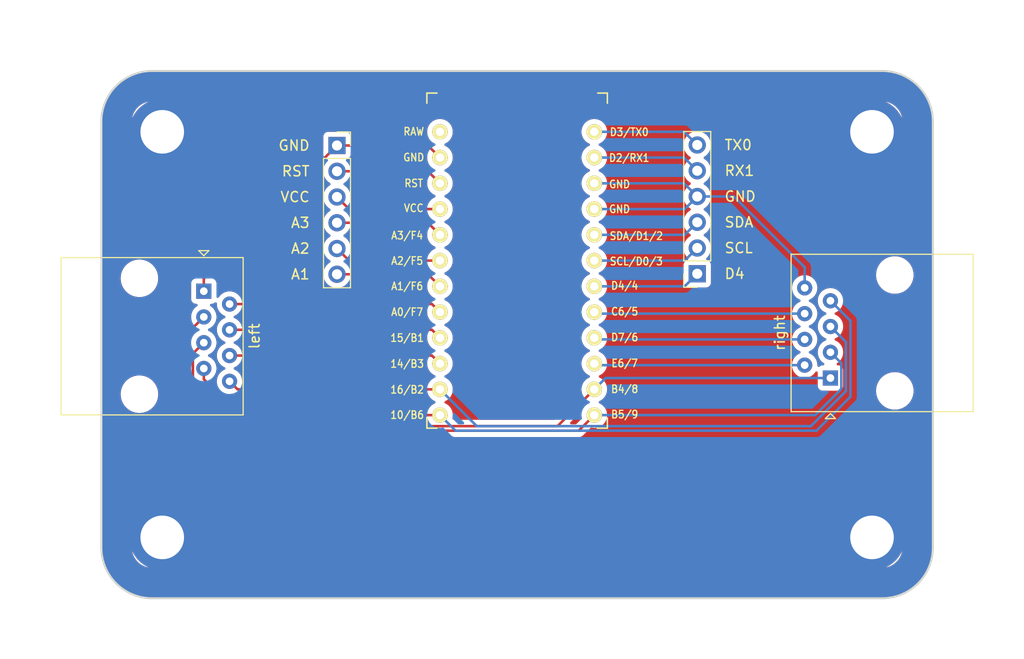
<source format=kicad_pcb>
(kicad_pcb (version 20221018) (generator pcbnew)
  (title_block (title "The Japanese Connection") (rev "1"))
  (layers (0 "F.Cu" signal) (31 "B.Cu" signal) (34 "B.Paste" user) (35 "F.Paste" user) (36 "B.SilkS" user "B.Silkscreen") (37 "F.SilkS" user "F.Silkscreen") (38 "B.Mask" user) (39 "F.Mask" user) (44 "Edge.Cuts" user))
  (net 0 "")
  (net 1 "row1")
  (net 2 "row2")
  (net 3 "row3")
  (net 4 "row4")
  (net 5 "GND")
  (net 6 "l_col1")
  (net 7 "l_col2")
  (net 8 "l_col3")
  (net 9 "r_col1")
  (net 10 "r_col2")
  (net 11 "r_col3")
  (net 13 "Net-(J1-Pin_2)")
  (net 14 "Net-(J1-Pin_3)")
  (net 15 "Net-(J1-Pin_4)")
  (net 16 "Net-(J1-Pin_5)")
  (net 17 "Net-(J1-Pin_6)")
  (net 18 "Net-(J5-Pin_1)")
  (net 19 "Net-(J5-Pin_2)")
  (net 20 "Net-(J5-Pin_3)")
  (net 21 "Net-(J5-Pin_5)")
  (net 22 "Net-(J5-Pin_6)")
  (footprint "" (layer "F.Cu") (at 166 114)
    (fp_text reference "" (at 0 0) (layer "F.SilkS") (effects (font (size 1.27 1.27))))
    (fp_text value "" (at 0 0) (layer "F.SilkS") (effects (font (size 1.27 1.27))))
    (pad "" thru_hole circle (at 0 0) (size 6.5 6.5) (drill 4.3) (layers "*.Cu" "*.Mask"))
  )
  (footprint "Connector_PinSocket_2.54mm:PinSocket_1x06_P2.54mm_Vertical" (layer "F.Cu") (at 113.235 75.35)
    (fp_text reference "J1" hide)
    (fp_text value "Conn_01x06")
    (fp_text user "GND" (at -4.235 0 unlocked) (layer "F.SilkS"))
    (fp_text user "A3" (at -3.615952 7.62 unlocked) (layer "F.SilkS"))
    (fp_text user "RST" (at -4.068333 2.54 unlocked) (layer "F.SilkS"))
    (fp_text user "A2" (at -3.615952 10.16 unlocked) (layer "F.SilkS"))
    (fp_text user "A1" (at -3.615952 12.7 unlocked) (layer "F.SilkS"))
    (fp_text user "VCC" (at -4.139762 5.08 unlocked) (layer "F.SilkS"))
    (fp_line (start -1.33 1.27) (end -1.33 14.03) (stroke (width 0.12)) (layer "F.SilkS"))
    (fp_line (start -1.33 1.27) (end 1.33 1.27) (stroke (width 0.12)) (layer "F.SilkS"))
    (fp_line (start -1.33 14.03) (end 1.33 14.03) (stroke (width 0.12)) (layer "F.SilkS"))
    (fp_line (start 0 -1.33) (end 1.33 -1.33) (stroke (width 0.12)) (layer "F.SilkS"))
    (fp_line (start 1.33 -1.33) (end 1.33 0) (stroke (width 0.12)) (layer "F.SilkS"))
    (fp_line (start 1.33 1.27) (end 1.33 14.03) (stroke (width 0.12)) (layer "F.SilkS"))
    (pad "1" thru_hole rect (at 0 0) (size 1.7 1.7) (drill 1) (layers "*.Cu" "*.Mask") (net 5 "GND"))
    (pad "2" thru_hole oval (at 0 2.54) (size 1.7 1.7) (drill 1) (layers "*.Cu" "*.Mask") (net 13 "Net-(J1-Pin_2)"))
    (pad "3" thru_hole oval (at 0 5.08) (size 1.7 1.7) (drill 1) (layers "*.Cu" "*.Mask") (net 14 "Net-(J1-Pin_3)"))
    (pad "4" thru_hole oval (at 0 7.62) (size 1.7 1.7) (drill 1) (layers "*.Cu" "*.Mask") (net 15 "Net-(J1-Pin_4)"))
    (pad "5" thru_hole oval (at 0 10.16) (size 1.7 1.7) (drill 1) (layers "*.Cu" "*.Mask") (net 16 "Net-(J1-Pin_5)"))
    (pad "6" thru_hole oval (at 0 12.7) (size 1.7 1.7) (drill 1) (layers "*.Cu" "*.Mask") (net 17 "Net-(J1-Pin_6)"))
  )
  (footprint "kbd:ProMicro_v3.5" (layer "F.Cu") (at 131 88.478)
    (fp_text reference "U1" hide)
    (fp_text value "ProMicro" hide)
    (fp_text user "GND" (at -10.195 -11.95 unlocked) (layer "F.SilkS") (effects (font (size 0.75 0.67) (thickness 0.125))))
    (fp_text user "C6/5" (at 10.605 3.25 unlocked) (layer "F.SilkS") (effects (font (size 0.75 0.67) (thickness 0.125))))
    (fp_text user "15/B1" (at -10.845 5.85 unlocked) (layer "F.SilkS") (effects (font (size 0.75 0.67) (thickness 0.125))))
    (fp_text user "VCC" (at -10.195 -6.95 unlocked) (layer "F.SilkS") (effects (font (size 0.75 0.67) (thickness 0.125))))
    (fp_text user "D3/TX0" (at 11.055 -14.45 unlocked) (layer "F.SilkS") (effects (font (size 0.75 0.67) (thickness 0.125))))
    (fp_text user "RAW" (at -10.195 -14.5 unlocked) (layer "F.SilkS") (effects (font (size 0.75 0.67) (thickness 0.125))))
    (fp_text user "GND" (at 10.105 -6.85 unlocked) (layer "F.SilkS") (effects (font (size 0.75 0.67) (thickness 0.125))))
    (fp_text user "E6/7" (at 10.605 8.35 unlocked) (layer "F.SilkS") (effects (font (size 0.75 0.67) (thickness 0.125))))
    (fp_text user "D4/4" (at 10.605 0.7 unlocked) (layer "F.SilkS") (effects (font (size 0.75 0.67) (thickness 0.125))))
    (fp_text user "SDA/D1/2" (at 11.755 -4.2 unlocked) (layer "F.SilkS") (effects (font (size 0.75 0.67) (thickness 0.125))))
    (fp_text user "16/B2" (at -10.845 10.95 unlocked) (layer "F.SilkS") (effects (font (size 0.75 0.67) (thickness 0.125))))
    (fp_text user "B5/9" (at 10.605 13.4 unlocked) (layer "F.SilkS") (effects (font (size 0.75 0.67) (thickness 0.125))))
    (fp_text user "SCL/D0/3" (at 11.755 -1.7 unlocked) (layer "F.SilkS") (effects (font (size 0.75 0.67) (thickness 0.125))))
    (fp_text user "A1/F6" (at -10.845 0.75 unlocked) (layer "F.SilkS") (effects (font (size 0.75 0.67) (thickness 0.125))))
    (fp_text user "D7/6" (at 10.605 5.8 unlocked) (layer "F.SilkS") (effects (font (size 0.75 0.67) (thickness 0.125))))
    (fp_text user "A0/F7" (at -10.845 3.3 unlocked) (layer "F.SilkS") (effects (font (size 0.75 0.67) (thickness 0.125))))
    (fp_text user "14/B3" (at -10.845 8.4 unlocked) (layer "F.SilkS") (effects (font (size 0.75 0.67) (thickness 0.125))))
    (fp_text user "D2/RX1" (at 11.055 -11.9 unlocked) (layer "F.SilkS") (effects (font (size 0.75 0.67) (thickness 0.125))))
    (fp_text user "RST" (at -10.195 -9.4 unlocked) (layer "F.SilkS") (effects (font (size 0.75 0.67) (thickness 0.125))))
    (fp_text user "A2/F5" (at -10.845 -1.75 unlocked) (layer "F.SilkS") (effects (font (size 0.75 0.67) (thickness 0.125))))
    (fp_text user "B4/8" (at 10.605 10.9 unlocked) (layer "F.SilkS") (effects (font (size 0.75 0.67) (thickness 0.125))))
    (fp_text user "A3/F4" (at -10.845 -4.25 unlocked) (layer "F.SilkS") (effects (font (size 0.75 0.67) (thickness 0.125))))
    (fp_text user "10/B6" (at -10.845 13.45 unlocked) (layer "F.SilkS") (effects (font (size 0.75 0.67) (thickness 0.125))))
    (fp_text user "GND" (at 10.105 -9.3 unlocked) (layer "F.SilkS") (effects (font (size 0.75 0.67) (thickness 0.125))))
    (fp_line (start -8.9 -18.3) (end -8.9 -17.3) (stroke (width 0.15)) (layer "F.SilkS"))
    (fp_line (start -8.9 -18.3) (end -7.9 -18.3) (stroke (width 0.15)) (layer "F.SilkS"))
    (fp_line (start -8.9 13.7) (end -8.9 14.75) (stroke (width 0.15)) (layer "F.SilkS"))
    (fp_line (start -8.9 14.75) (end -7.9 14.75) (stroke (width 0.15)) (layer "F.SilkS"))
    (fp_line (start 8.9 -18.3) (end 7.95 -18.3) (stroke (width 0.15)) (layer "F.SilkS"))
    (fp_line (start 8.9 -18.3) (end 8.9 -17.3) (stroke (width 0.15)) (layer "F.SilkS"))
    (fp_line (start 8.9 13.75) (end 8.9 14.75) (stroke (width 0.15)) (layer "F.SilkS"))
    (fp_line (start 8.9 14.75) (end 7.89 14.75) (stroke (width 0.15)) (layer "F.SilkS"))
    (pad "1" thru_hole circle (at 7.6114 -14.478) (size 1.524 1.524) (drill 0.8128) (layers "*.Cu" "F.SilkS" "B.Mask") (net 22 "Net-(J5-Pin_6)"))
    (pad "2" thru_hole circle (at 7.6114 -11.938) (size 1.524 1.524) (drill 0.8128) (layers "*.Cu" "F.SilkS" "B.Mask") (net 21 "Net-(J5-Pin_5)"))
    (pad "3" thru_hole circle (at 7.6114 -9.398) (size 1.524 1.524) (drill 0.8128) (layers "*.Cu" "F.SilkS" "B.Mask") (net 5 "GND"))
    (pad "4" thru_hole circle (at 7.6114 -6.858) (size 1.524 1.524) (drill 0.8128) (layers "*.Cu" "F.SilkS" "B.Mask") (net 5 "GND"))
    (pad "5" thru_hole circle (at 7.6114 -4.318) (size 1.524 1.524) (drill 0.8128) (layers "*.Cu" "F.SilkS" "B.Mask") (net 20 "Net-(J5-Pin_3)"))
    (pad "6" thru_hole circle (at 7.6114 -1.778) (size 1.524 1.524) (drill 0.8128) (layers "*.Cu" "F.SilkS" "B.Mask") (net 19 "Net-(J5-Pin_2)"))
    (pad "7" thru_hole circle (at 7.6114 0.762) (size 1.524 1.524) (drill 0.8128) (layers "*.Cu" "F.SilkS" "B.Mask") (net 18 "Net-(J5-Pin_1)"))
    (pad "8" thru_hole circle (at 7.6114 3.302) (size 1.524 1.524) (drill 0.8128) (layers "*.Cu" "F.SilkS" "B.Mask") (net 11 "r_col3"))
    (pad "9" thru_hole circle (at 7.6114 5.842) (size 1.524 1.524) (drill 0.8128) (layers "*.Cu" "F.SilkS" "B.Mask") (net 10 "r_col2"))
    (pad "10" thru_hole circle (at 7.6114 8.382) (size 1.524 1.524) (drill 0.8128) (layers "*.Cu" "F.SilkS" "B.Mask") (net 9 "r_col1"))
    (pad "11" thru_hole circle (at 7.6114 10.922) (size 1.524 1.524) (drill 0.8128) (layers "*.Cu" "F.SilkS" "B.Mask") (net 1 "row1"))
    (pad "12" thru_hole circle (at 7.6114 13.462) (size 1.524 1.524) (drill 0.8128) (layers "*.Cu" "F.SilkS" "B.Mask") (net 2 "row2"))
    (pad "13" thru_hole circle (at -7.6086 13.462) (size 1.524 1.524) (drill 0.8128) (layers "*.Cu" "F.SilkS" "B.Mask") (net 4 "row4"))
    (pad "14" thru_hole circle (at -7.6086 10.922) (size 1.524 1.524) (drill 0.8128) (layers "*.Cu" "F.SilkS" "B.Mask") (net 3 "row3"))
    (pad "15" thru_hole circle (at -7.6086 8.382) (size 1.524 1.524) (drill 0.8128) (layers "*.Cu" "F.SilkS" "B.Mask") (net 6 "l_col1"))
    (pad "16" thru_hole circle (at -7.6086 5.842) (size 1.524 1.524) (drill 0.8128) (layers "*.Cu" "F.SilkS" "B.Mask") (net 7 "l_col2"))
    (pad "17" thru_hole circle (at -7.6086 3.302) (size 1.524 1.524) (drill 0.8128) (layers "*.Cu" "F.SilkS" "B.Mask") (net 8 "l_col3"))
    (pad "18" thru_hole circle (at -7.6086 0.762) (size 1.524 1.524) (drill 0.8128) (layers "*.Cu" "F.SilkS" "B.Mask") (net 17 "Net-(J1-Pin_6)"))
    (pad "19" thru_hole circle (at -7.6086 -1.778) (size 1.524 1.524) (drill 0.8128) (layers "*.Cu" "F.SilkS" "B.Mask") (net 16 "Net-(J1-Pin_5)"))
    (pad "20" thru_hole circle (at -7.6086 -4.318) (size 1.524 1.524) (drill 0.8128) (layers "*.Cu" "F.SilkS" "B.Mask") (net 15 "Net-(J1-Pin_4)"))
    (pad "21" thru_hole circle (at -7.6086 -6.858) (size 1.524 1.524) (drill 0.8128) (layers "*.Cu" "F.SilkS" "B.Mask") (net 14 "Net-(J1-Pin_3)"))
    (pad "22" thru_hole circle (at -7.6086 -9.398) (size 1.524 1.524) (drill 0.8128) (layers "*.Cu" "F.SilkS" "B.Mask") (net 13 "Net-(J1-Pin_2)"))
    (pad "23" thru_hole circle (at -7.6086 -11.938) (size 1.524 1.524) (drill 0.8128) (layers "*.Cu" "F.SilkS" "B.Mask") (net 5 "GND"))
    (pad "24" thru_hole circle (at -7.6086 -14.478) (size 1.524 1.524) (drill 0.8128) (layers "*.Cu" "F.SilkS" "B.Mask"))
  )
  (footprint "Connector_RJ:RJ45_Amphenol_54602-x08_Horizontal" (layer "F.Cu") (at 100.1 89.7175 -90)
    (fp_text reference "left" (at 4.445 -5 90) (layer "F.SilkS"))
    (fp_text value "RJ45")
    (fp_line (start -4 -0.5) (end -4 0.5) (stroke (width 0.12)) (layer "F.SilkS"))
    (fp_line (start -4 0.5) (end -3.5 0) (stroke (width 0.12)) (layer "F.SilkS"))
    (fp_line (start -3.5 0) (end -4 -0.5) (stroke (width 0.12)) (layer "F.SilkS"))
    (fp_line (start -3.315 -3.88) (end -3.315 14.08) (stroke (width 0.12)) (layer "F.SilkS"))
    (fp_line (start -3.315 14.08) (end 12.205 14.08) (stroke (width 0.12)) (layer "F.SilkS"))
    (fp_line (start 12.205 -3.88) (end -3.315 -3.88) (stroke (width 0.12)) (layer "F.SilkS"))
    (fp_line (start 12.205 -3.88) (end 12.205 14.08) (stroke (width 0.12)) (layer "F.SilkS"))
    (pad "" np_thru_hole circle (at -1.27 6.35 270) (size 3.2 3.2) (drill 3.2) (layers "*.Cu" "*.Mask"))
    (pad "" np_thru_hole circle (at 10.16 6.35 270) (size 3.2 3.2) (drill 3.2) (layers "*.Cu" "*.Mask"))
    (pad "1" thru_hole rect (at 0 0 270) (size 1.5 1.5) (drill 0.76) (layers "*.Cu" "*.Mask") (net 5 "GND"))
    (pad "2" thru_hole circle (at 1.27 -2.54 270) (size 1.5 1.5) (drill 0.76) (layers "*.Cu" "*.Mask") (net 8 "l_col3"))
    (pad "3" thru_hole circle (at 2.54 0 270) (size 1.5 1.5) (drill 0.76) (layers "*.Cu" "*.Mask") (net 2 "row2"))
    (pad "4" thru_hole circle (at 3.81 -2.54 270) (size 1.5 1.5) (drill 0.76) (layers "*.Cu" "*.Mask") (net 7 "l_col2"))
    (pad "5" thru_hole circle (at 5.08 0 270) (size 1.5 1.5) (drill 0.76) (layers "*.Cu" "*.Mask") (net 1 "row1"))
    (pad "6" thru_hole circle (at 6.35 -2.54 270) (size 1.5 1.5) (drill 0.76) (layers "*.Cu" "*.Mask") (net 6 "l_col1"))
    (pad "7" thru_hole circle (at 7.62 0 270) (size 1.5 1.5) (drill 0.76) (layers "*.Cu" "*.Mask") (net 4 "row4"))
    (pad "8" thru_hole circle (at 8.89 -2.54 270) (size 1.5 1.5) (drill 0.76) (layers "*.Cu" "*.Mask") (net 3 "row3"))
  )
  (footprint "" (layer "F.Cu") (at 96 114)
    (fp_text reference "" (at 0 0) (layer "F.SilkS") (effects (font (size 1.27 1.27))))
    (fp_text value "" (at 0 0) (layer "F.SilkS") (effects (font (size 1.27 1.27))))
    (pad "" thru_hole circle (at 0 0) (size 6.5 6.5) (drill 4.3) (layers "*.Cu" "*.Mask"))
  )
  (footprint "Connector_RJ:RJ45_Amphenol_54602-x08_Horizontal" (layer "F.Cu") (at 161.9 98.2825 90)
    (fp_text reference "right" (at 4.445 -5 90) (layer "F.SilkS"))
    (fp_text value "RJ45")
    (fp_line (start -4 -0.5) (end -4 0.5) (stroke (width 0.12)) (layer "F.SilkS"))
    (fp_line (start -4 0.5) (end -3.5 0) (stroke (width 0.12)) (layer "F.SilkS"))
    (fp_line (start -3.5 0) (end -4 -0.5) (stroke (width 0.12)) (layer "F.SilkS"))
    (fp_line (start -3.315 -3.88) (end -3.315 14.08) (stroke (width 0.12)) (layer "F.SilkS"))
    (fp_line (start -3.315 14.08) (end 12.205 14.08) (stroke (width 0.12)) (layer "F.SilkS"))
    (fp_line (start 12.205 -3.88) (end -3.315 -3.88) (stroke (width 0.12)) (layer "F.SilkS"))
    (fp_line (start 12.205 -3.88) (end 12.205 14.08) (stroke (width 0.12)) (layer "F.SilkS"))
    (pad "" np_thru_hole circle (at -1.27 6.35 90) (size 3.2 3.2) (drill 3.2) (layers "*.Cu" "*.Mask"))
    (pad "" np_thru_hole circle (at 10.16 6.35 90) (size 3.2 3.2) (drill 3.2) (layers "*.Cu" "*.Mask"))
    (pad "1" thru_hole rect (at 0 0 90) (size 1.5 1.5) (drill 0.76) (layers "*.Cu" "*.Mask") (net 1 "row1"))
    (pad "2" thru_hole circle (at 1.27 -2.54 90) (size 1.5 1.5) (drill 0.76) (layers "*.Cu" "*.Mask") (net 9 "r_col1"))
    (pad "3" thru_hole circle (at 2.54 0 90) (size 1.5 1.5) (drill 0.76) (layers "*.Cu" "*.Mask") (net 2 "row2"))
    (pad "4" thru_hole circle (at 3.81 -2.54 90) (size 1.5 1.5) (drill 0.76) (layers "*.Cu" "*.Mask") (net 10 "r_col2"))
    (pad "5" thru_hole circle (at 5.08 0 90) (size 1.5 1.5) (drill 0.76) (layers "*.Cu" "*.Mask") (net 3 "row3"))
    (pad "6" thru_hole circle (at 6.35 -2.54 90) (size 1.5 1.5) (drill 0.76) (layers "*.Cu" "*.Mask") (net 11 "r_col3"))
    (pad "7" thru_hole circle (at 7.62 0 90) (size 1.5 1.5) (drill 0.76) (layers "*.Cu" "*.Mask") (net 4 "row4"))
    (pad "8" thru_hole circle (at 8.89 -2.54 90) (size 1.5 1.5) (drill 0.76) (layers "*.Cu" "*.Mask") (net 5 "GND"))
  )
  (footprint "Connector_PinSocket_2.54mm:PinSocket_1x06_P2.54mm_Vertical" (layer "F.Cu") (at 148.765 88 180)
    (fp_text reference "J5" hide)
    (fp_text value "Conn_01x06")
    (fp_text user "RX1" (at -4.163572 10.16 unlocked) (layer "F.SilkS"))
    (fp_text user "SDA" (at -4.115953 5.08 unlocked) (layer "F.SilkS"))
    (fp_text user "GND" (at -4.235 7.62 unlocked) (layer "F.SilkS"))
    (fp_text user "SCL" (at -4.092143 2.54 unlocked) (layer "F.SilkS"))
    (fp_text user "TX0" (at -4.044524 12.7 unlocked) (layer "F.SilkS"))
    (fp_text user "D4" (at -3.687381 0 unlocked) (layer "F.SilkS"))
    (fp_line (start -1.33 1.27) (end -1.33 14.03) (stroke (width 0.12)) (layer "F.SilkS"))
    (fp_line (start -1.33 1.27) (end 1.33 1.27) (stroke (width 0.12)) (layer "F.SilkS"))
    (fp_line (start -1.33 14.03) (end 1.33 14.03) (stroke (width 0.12)) (layer "F.SilkS"))
    (fp_line (start 0 -1.33) (end 1.33 -1.33) (stroke (width 0.12)) (layer "F.SilkS"))
    (fp_line (start 1.33 -1.33) (end 1.33 0) (stroke (width 0.12)) (layer "F.SilkS"))
    (fp_line (start 1.33 1.27) (end 1.33 14.03) (stroke (width 0.12)) (layer "F.SilkS"))
    (pad "1" thru_hole rect (at 0 0 180) (size 1.7 1.7) (drill 1) (layers "*.Cu" "*.Mask") (net 18 "Net-(J5-Pin_1)"))
    (pad "2" thru_hole oval (at 0 2.54 180) (size 1.7 1.7) (drill 1) (layers "*.Cu" "*.Mask") (net 19 "Net-(J5-Pin_2)"))
    (pad "3" thru_hole oval (at 0 5.08 180) (size 1.7 1.7) (drill 1) (layers "*.Cu" "*.Mask") (net 20 "Net-(J5-Pin_3)"))
    (pad "4" thru_hole oval (at 0 7.62 180) (size 1.7 1.7) (drill 1) (layers "*.Cu" "*.Mask") (net 5 "GND"))
    (pad "5" thru_hole oval (at 0 10.16 180) (size 1.7 1.7) (drill 1) (layers "*.Cu" "*.Mask") (net 21 "Net-(J5-Pin_5)"))
    (pad "6" thru_hole oval (at 0 12.7 180) (size 1.7 1.7) (drill 1) (layers "*.Cu" "*.Mask") (net 22 "Net-(J5-Pin_6)"))
  )
  (footprint "kbd:M2_HOLE" (layer "F.Cu") (at 96 74)
    (fp_text reference "Ref**" hide)
    (fp_text value "Val**" hide)
    (pad "" thru_hole circle (at 0 0) (size 6.5 6.5) (drill 4.3) (layers "*.Cu" "*.Mask"))
  )
  (footprint "" (layer "F.Cu") (at 166 74)
    (fp_text reference "" (at 0 0) (layer "F.SilkS") (effects (font (size 1.27 1.27))))
    (fp_text value "" (at 0 0) (layer "F.SilkS") (effects (font (size 1.27 1.27))))
    (pad "" thru_hole circle (at 0 0) (size 6.5 6.5) (drill 4.3) (layers "*.Cu" "*.Mask"))
  )
  (gr_arc (start 167 68) (mid 170.535534 69.464466) (end 172 73) (stroke (width 0.2)) (layer "Edge.Cuts"))
  (gr_arc (start 90 73) (mid 91.464466 69.464466) (end 95 68) (stroke (width 0.2)) (layer "Edge.Cuts"))
  (gr_line (start 172 115) (end 172 73) (stroke (width 0.2)) (layer "Edge.Cuts"))
  (gr_arc (start 95 120) (mid 91.464466 118.535534) (end 90 115) (stroke (width 0.2)) (layer "Edge.Cuts"))
  (gr_line (start 167 68) (end 95 68) (stroke (width 0.2)) (layer "Edge.Cuts"))
  (gr_arc (start 172 115) (mid 170.535534 118.535533) (end 167 120) (stroke (width 0.2)) (layer "Edge.Cuts"))
  (gr_line (start 95 120) (end 167 120) (stroke (width 0.2)) (layer "Edge.Cuts"))
  (gr_line (start 90 73) (end 90 115) (stroke (width 0.2)) (layer "Edge.Cuts"))
  (segment (start 99.025 95.8725) (end 99.025 99.025) (width 0.25) (layer "F.Cu") (net 1))
  (segment (start 134.9844 103.027) (end 138.6114 99.4) (width 0.25) (layer "F.Cu") (net 1))
  (segment (start 100.1 94.7975) (end 99.025 95.8725) (width 0.25) (layer "F.Cu") (net 1))
  (segment (start 99.025 99.025) (end 103.027 103.027) (width 0.25) (layer "F.Cu") (net 1))
  (segment (start 103.027 103.027) (end 134.9844 103.027) (width 0.25) (layer "F.Cu") (net 1))
  (segment (start 161.9 98.2825) (end 139.7289 98.2825) (width 0.25) (layer "B.Cu") (net 1))
  (segment (start 139.7289 98.2825) (end 138.6114 99.4) (width 0.25) (layer "B.Cu") (net 1))
  (segment (start 98.575 99.575) (end 102.477 103.477) (width 0.25) (layer "F.Cu") (net 2))
  (segment (start 137.0744 103.477) (end 138.6114 101.94) (width 0.25) (layer "F.Cu") (net 2))
  (segment (start 102.477 103.477) (end 137.0744 103.477) (width 0.25) (layer "F.Cu") (net 2))
  (segment (start 100.1 92.2575) (end 98.575 93.7825) (width 0.25) (layer "F.Cu") (net 2))
  (segment (start 98.575 93.7825) (end 98.575 99.575) (width 0.25) (layer "F.Cu") (net 2))
  (segment (start 160.3925 101.94) (end 138.6114 101.94) (width 0.25) (layer "B.Cu") (net 2))
  (segment (start 161.9 95.7425) (end 162.975 96.8175) (width 0.25) (layer "B.Cu") (net 2))
  (segment (start 162.975 99.3575) (end 160.3925 101.94) (width 0.25) (layer "B.Cu") (net 2))
  (segment (start 162.975 96.8175) (end 162.975 99.3575) (width 0.25) (layer "B.Cu") (net 2))
  (segment (start 103.4325 99.4) (end 123.3914 99.4) (width 0.25) (layer "F.Cu") (net 3))
  (segment (start 102.64 98.6075) (end 103.4325 99.4) (width 0.25) (layer "F.Cu") (net 3))
  (segment (start 127.0184 103.027) (end 123.3914 99.4) (width 0.25) (layer "B.Cu") (net 3))
  (segment (start 163.425 94.7275) (end 163.425 99.575) (width 0.25) (layer "B.Cu") (net 3))
  (segment (start 163.425 99.575) (end 159.973 103.027) (width 0.25) (layer "B.Cu") (net 3))
  (segment (start 161.9 93.2025) (end 163.425 94.7275) (width 0.25) (layer "B.Cu") (net 3))
  (segment (start 159.973 103.027) (end 127.0184 103.027) (width 0.25) (layer "B.Cu") (net 3))
  (segment (start 100.1 97.3375) (end 100.1 98.39816) (width 0.25) (layer "F.Cu") (net 4))
  (segment (start 103.64184 101.94) (end 123.3914 101.94) (width 0.25) (layer "F.Cu") (net 4))
  (segment (start 100.1 98.39816) (end 103.64184 101.94) (width 0.25) (layer "F.Cu") (net 4))
  (segment (start 161.9 90.6625) (end 163.875 92.6375) (width 0.25) (layer "B.Cu") (net 4))
  (segment (start 163.875 100.125) (end 160.523 103.477) (width 0.25) (layer "B.Cu") (net 4))
  (segment (start 124.9284 103.477) (end 123.3914 101.94) (width 0.25) (layer "B.Cu") (net 4))
  (segment (start 163.875 92.6375) (end 163.875 100.125) (width 0.25) (layer "B.Cu") (net 4))
  (segment (start 160.523 103.477) (end 124.9284 103.477) (width 0.25) (layer "B.Cu") (net 4))
  (segment (start 100.1 88.485) (end 100.1 89.7175) (width 0.25) (layer "F.Cu") (net 5))
  (segment (start 113.235 75.35) (end 122.2014 75.35) (width 0.25) (layer "F.Cu") (net 5))
  (segment (start 122.2014 75.35) (end 123.3914 76.54) (width 0.25) (layer "F.Cu") (net 5))
  (segment (start 113.235 75.35) (end 100.1 88.485) (width 0.25) (layer "F.Cu") (net 5))
  (segment (start 138.6114 81.62) (end 147.525 81.62) (width 0.25) (layer "B.Cu") (net 5))
  (segment (start 138.6114 79.08) (end 147.465 79.08) (width 0.25) (layer "B.Cu") (net 5))
  (segment (start 159.36 87.36) (end 152.38 80.38) (width 0.25) (layer "B.Cu") (net 5))
  (segment (start 152.38 80.38) (end 148.765 80.38) (width 0.25) (layer "B.Cu") (net 5))
  (segment (start 159.36 89.3925) (end 159.36 87.36) (width 0.25) (layer "B.Cu") (net 5))
  (segment (start 147.465 79.08) (end 148.765 80.38) (width 0.25) (layer "B.Cu") (net 5))
  (segment (start 147.525 81.62) (end 148.765 80.38) (width 0.25) (layer "B.Cu") (net 5))
  (segment (start 102.64 96.0675) (end 122.5989 96.0675) (width 0.25) (layer "F.Cu") (net 6))
  (segment (start 122.5989 96.0675) (end 123.3914 96.86) (width 0.25) (layer "F.Cu") (net 6))
  (segment (start 122.5989 93.5275) (end 123.3914 94.32) (width 0.25) (layer "F.Cu") (net 7))
  (segment (start 102.64 93.5275) (end 122.5989 93.5275) (width 0.25) (layer "F.Cu") (net 7))
  (segment (start 122.5989 90.9875) (end 123.3914 91.78) (width 0.25) (layer "F.Cu") (net 8))
  (segment (start 102.64 90.9875) (end 122.5989 90.9875) (width 0.25) (layer "F.Cu") (net 8))
  (segment (start 159.36 97.0125) (end 138.7639 97.0125) (width 0.25) (layer "B.Cu") (net 9))
  (segment (start 138.7639 97.0125) (end 138.6114 96.86) (width 0.25) (layer "B.Cu") (net 9))
  (segment (start 138.7639 94.4725) (end 138.6114 94.32) (width 0.25) (layer "B.Cu") (net 10))
  (segment (start 159.36 94.4725) (end 138.7639 94.4725) (width 0.25) (layer "B.Cu") (net 10))
  (segment (start 138.7639 91.9325) (end 138.6114 91.78) (width 0.25) (layer "B.Cu") (net 11))
  (segment (start 159.36 91.9325) (end 138.7639 91.9325) (width 0.25) (layer "B.Cu") (net 11))
  (segment (start 122.2014 77.89) (end 123.3914 79.08) (width 0.25) (layer "F.Cu") (net 13))
  (segment (start 113.235 77.89) (end 122.2014 77.89) (width 0.25) (layer "F.Cu") (net 13))
  (segment (start 114.425 81.62) (end 113.235 80.43) (width 0.25) (layer "F.Cu") (net 14))
  (segment (start 123.3914 81.62) (end 114.425 81.62) (width 0.25) (layer "F.Cu") (net 14))
  (segment (start 122.2014 82.97) (end 123.3914 84.16) (width 0.25) (layer "F.Cu") (net 15))
  (segment (start 113.235 82.97) (end 122.2014 82.97) (width 0.25) (layer "F.Cu") (net 15))
  (segment (start 114.425 86.7) (end 123.3914 86.7) (width 0.25) (layer "F.Cu") (net 16))
  (segment (start 113.235 85.51) (end 114.425 86.7) (width 0.25) (layer "F.Cu") (net 16))
  (segment (start 122.2014 88.05) (end 123.3914 89.24) (width 0.25) (layer "F.Cu") (net 17))
  (segment (start 113.235 88.05) (end 122.2014 88.05) (width 0.25) (layer "F.Cu") (net 17))
  (segment (start 138.6114 89.24) (end 147.525 89.24) (width 0.25) (layer "B.Cu") (net 18))
  (segment (start 147.525 89.24) (end 148.765 88) (width 0.25) (layer "B.Cu") (net 18))
  (segment (start 147.525 86.7) (end 148.765 85.46) (width 0.25) (layer "B.Cu") (net 19))
  (segment (start 138.6114 86.7) (end 147.525 86.7) (width 0.25) (layer "B.Cu") (net 19))
  (segment (start 147.525 84.16) (end 148.765 82.92) (width 0.25) (layer "B.Cu") (net 20))
  (segment (start 138.6114 84.16) (end 147.525 84.16) (width 0.25) (layer "B.Cu") (net 20))
  (segment (start 147.465 76.54) (end 148.765 77.84) (width 0.25) (layer "B.Cu") (net 21))
  (segment (start 138.6114 76.54) (end 147.465 76.54) (width 0.25) (layer "B.Cu") (net 21))
  (segment (start 147.465 74) (end 148.765 75.3) (width 0.25) (layer "B.Cu") (net 22))
  (segment (start 138.6114 74) (end 147.465 74) (width 0.25) (layer "B.Cu") (net 22))
  (zone (net 0) (net_name "") (layers "F&B.Cu") (connect_pads (clearance 0.5)) (min_thickness 0.25) (fill yes (thermal_gap 0.5) (thermal_bridge_width 0.5) (island_removal_mode 1) (island_area_min 10))
    (polygon (pts (xy 84 61) (xy 181 61) (xy 179 125) (xy 80 126)))
  )
)
</source>
